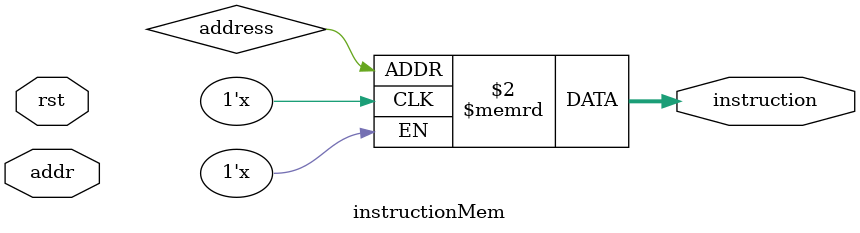
<source format=v>
module instructionMem (rst, addr, instruction);
  input rst;
  input [31:0] addr;
  output [31:0] instruction;

  reg [31:0] instMem [31:0];
  //5 cycles to go to memory
  //5 cycles to return data to processor
  always @ (*) begin
  	if (rst) begin
        // Here initialize the memory 

      end
    end

  assign instruction = instMem[address];
endmodule 


</source>
